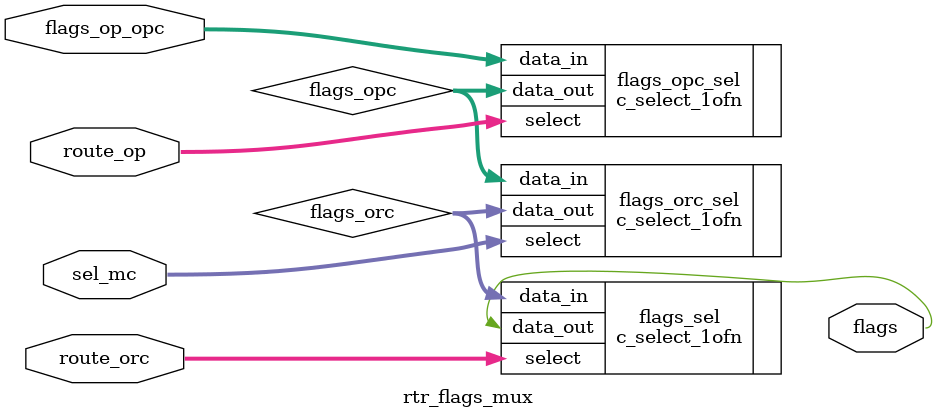
<source format=v>

/*
 Copyright (c) 2007-2012, Trustees of The Leland Stanford Junior University
 All rights reserved.

 Redistribution and use in source and binary forms, with or without
 modification, are permitted provided that the following conditions are met:

 Redistributions of source code must retain the above copyright notice, this 
 list of conditions and the following disclaimer.
 Redistributions in binary form must reproduce the above copyright notice, this
 list of conditions and the following disclaimer in the documentation and/or
 other materials provided with the distribution.

 THIS SOFTWARE IS PROVIDED BY THE COPYRIGHT HOLDERS AND CONTRIBUTORS "AS IS" AND
 ANY EXPRESS OR IMPLIED WARRANTIES, INCLUDING, BUT NOT LIMITED TO, THE IMPLIED
 WARRANTIES OF MERCHANTABILITY AND FITNESS FOR A PARTICULAR PURPOSE ARE 
 DISCLAIMED. IN NO EVENT SHALL THE COPYRIGHT OWNER OR CONTRIBUTORS BE LIABLE FOR
 ANY DIRECT, INDIRECT, INCIDENTAL, SPECIAL, EXEMPLARY, OR CONSEQUENTIAL DAMAGES
 (INCLUDING, BUT NOT LIMITED TO, PROCUREMENT OF SUBSTITUTE GOODS OR SERVICES;
 LOSS OF USE, DATA, OR PROFITS; OR BUSINESS INTERRUPTION) HOWEVER CAUSED AND ON
 ANY THEORY OF LIABILITY, WHETHER IN CONTRACT, STRICT LIABILITY, OR TORT
 (INCLUDING NEGLIGENCE OR OTHERWISE) ARISING IN ANY WAY OUT OF THE USE OF THIS
 SOFTWARE, EVEN IF ADVISED OF THE POSSIBILITY OF SUCH DAMAGE.
*/

//==============================================================================
// module for extracting the flags for a given port and packet class
//==============================================================================

module rtr_flags_mux
  (sel_mc, route_op, route_orc, flags_op_opc, flags);
   

`include "c_constants.v"
 //==============================================================================
// global function definitions
//==============================================================================

// compute ceiling of binary logarithm
function integer clogb(input integer argument);
   integer 		     i;
   begin
      clogb = 0;
      for(i = argument - 1; i > 0; i = i >> 1)
	clogb = clogb + 1;
   end
endfunction

// compute ceiling of base-th root of argument
function integer croot(input integer argument, input integer base);
   integer i;
   integer j;
   begin
      croot = 0;
      i = 0;
      while(i < argument)
	begin
	   croot = croot + 1;
	   i = 1;
	   for(j = 0; j < base; j = j + 1)
	     i = i * croot;
	end
   end
endfunction

// population count (count ones)
function integer pop_count(input integer argument);
   integer i;
   begin
      pop_count = 0;
      for(i = argument; i > 0; i = i >> 1)
	pop_count = pop_count + (i & 1);
   end
endfunction

// compute the length of the longest disjoint suffix among two values
function integer suffix_length(input integer value1, input integer value2);
   integer v1, v2;
   begin
      v1 = value1;
      v2 = value2;
      suffix_length = 0;
      while(v1 != v2)
	begin
	   suffix_length = suffix_length + 1;
	   v1 = v1 >> 1;
	   v2 = v2 >> 1;
	end
   end
endfunction
   
   
   //---------------------------------------------------------------------------
   // parameters
   //---------------------------------------------------------------------------
   
   // number of message classes (e.g. request, reply)
   parameter num_message_classes = 2;
   
   // number of resource classes (e.g. minimal, adaptive)
   parameter num_resource_classes = 2;
   
   // number of input and output ports on router
   parameter num_ports = 5;
   
   // width of flags
   parameter width = 1;
   
   
   //---------------------------------------------------------------------------
   // derived parameters
   //---------------------------------------------------------------------------
   
   // total number of packet classes
   localparam num_packet_classes = num_message_classes * num_resource_classes;
   
   
   //---------------------------------------------------------------------------
   // interface
   //---------------------------------------------------------------------------
   
   // current message class
   input [0:num_message_classes-1] sel_mc;
   
   // destination port
   input [0:num_ports-1] 	   route_op;
   
   // destination resource class
   input [0:num_resource_classes-1] route_orc;
   
   // bit field of output VC flags of interest
   input [0:num_ports*num_packet_classes*width-1] flags_op_opc;
   
   // subset of bits that we are interested in
   output [0:width-1] 				  flags;
   wire [0:width-1] 				  flags;
   
   
   //---------------------------------------------------------------------------
   // implementation
   //---------------------------------------------------------------------------
   
   wire [0:num_packet_classes*width-1] 		  flags_opc;
   c_select_1ofn
     #(.num_ports(num_ports),
       .width(num_packet_classes*width))
   flags_opc_sel
     (.select(route_op),
      .data_in(flags_op_opc),
      .data_out(flags_opc));
   
   wire [0:num_resource_classes*width-1] 	  flags_orc;
   c_select_1ofn
     #(.num_ports(num_message_classes),
       .width(num_resource_classes*width))
   flags_orc_sel
     (.select(sel_mc),
      .data_in(flags_opc),
      .data_out(flags_orc));
   
   c_select_1ofn
     #(.num_ports(num_resource_classes),
       .width(width))
   flags_sel
     (.select(route_orc),
      .data_in(flags_orc),
      .data_out(flags));
   
endmodule

</source>
